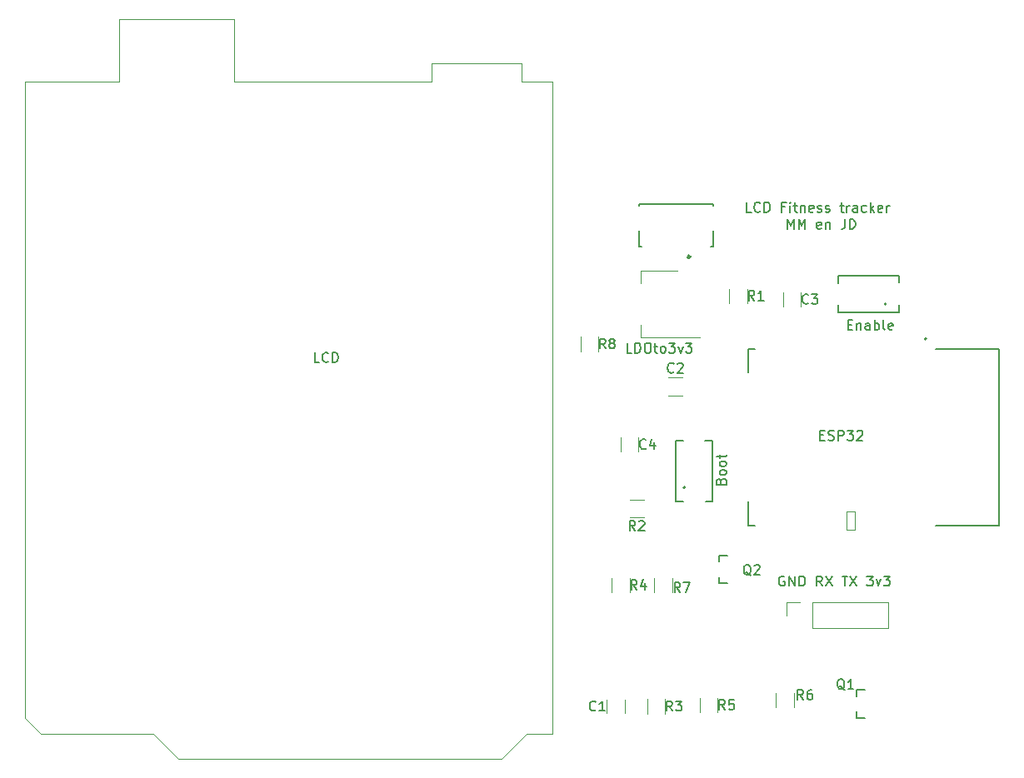
<source format=gto>
G04 #@! TF.GenerationSoftware,KiCad,Pcbnew,(5.1.7)-1*
G04 #@! TF.CreationDate,2021-04-15T13:32:14+02:00*
G04 #@! TF.ProjectId,TestPCB,54657374-5043-4422-9e6b-696361645f70,rev?*
G04 #@! TF.SameCoordinates,Original*
G04 #@! TF.FileFunction,Legend,Top*
G04 #@! TF.FilePolarity,Positive*
%FSLAX46Y46*%
G04 Gerber Fmt 4.6, Leading zero omitted, Abs format (unit mm)*
G04 Created by KiCad (PCBNEW (5.1.7)-1) date 2021-04-15 13:32:14*
%MOMM*%
%LPD*%
G01*
G04 APERTURE LIST*
%ADD10C,0.150000*%
%ADD11C,0.200000*%
%ADD12C,0.127000*%
%ADD13C,0.203200*%
%ADD14C,0.120000*%
%ADD15C,0.300000*%
%ADD16C,0.100000*%
G04 APERTURE END LIST*
D10*
X188159071Y-105037000D02*
X188063833Y-104989380D01*
X187920976Y-104989380D01*
X187778119Y-105037000D01*
X187682880Y-105132238D01*
X187635261Y-105227476D01*
X187587642Y-105417952D01*
X187587642Y-105560809D01*
X187635261Y-105751285D01*
X187682880Y-105846523D01*
X187778119Y-105941761D01*
X187920976Y-105989380D01*
X188016214Y-105989380D01*
X188159071Y-105941761D01*
X188206690Y-105894142D01*
X188206690Y-105560809D01*
X188016214Y-105560809D01*
X188635261Y-105989380D02*
X188635261Y-104989380D01*
X189206690Y-105989380D01*
X189206690Y-104989380D01*
X189682880Y-105989380D02*
X189682880Y-104989380D01*
X189920976Y-104989380D01*
X190063833Y-105037000D01*
X190159071Y-105132238D01*
X190206690Y-105227476D01*
X190254309Y-105417952D01*
X190254309Y-105560809D01*
X190206690Y-105751285D01*
X190159071Y-105846523D01*
X190063833Y-105941761D01*
X189920976Y-105989380D01*
X189682880Y-105989380D01*
X192016214Y-105989380D02*
X191682880Y-105513190D01*
X191444785Y-105989380D02*
X191444785Y-104989380D01*
X191825738Y-104989380D01*
X191920976Y-105037000D01*
X191968595Y-105084619D01*
X192016214Y-105179857D01*
X192016214Y-105322714D01*
X191968595Y-105417952D01*
X191920976Y-105465571D01*
X191825738Y-105513190D01*
X191444785Y-105513190D01*
X192349547Y-104989380D02*
X193016214Y-105989380D01*
X193016214Y-104989380D02*
X192349547Y-105989380D01*
X194016214Y-104989380D02*
X194587642Y-104989380D01*
X194301928Y-105989380D02*
X194301928Y-104989380D01*
X194825738Y-104989380D02*
X195492404Y-105989380D01*
X195492404Y-104989380D02*
X194825738Y-105989380D01*
X196540023Y-104989380D02*
X197159071Y-104989380D01*
X196825738Y-105370333D01*
X196968595Y-105370333D01*
X197063833Y-105417952D01*
X197111452Y-105465571D01*
X197159071Y-105560809D01*
X197159071Y-105798904D01*
X197111452Y-105894142D01*
X197063833Y-105941761D01*
X196968595Y-105989380D01*
X196682880Y-105989380D01*
X196587642Y-105941761D01*
X196540023Y-105894142D01*
X197492404Y-105322714D02*
X197730500Y-105989380D01*
X197968595Y-105322714D01*
X198254309Y-104989380D02*
X198873357Y-104989380D01*
X198540023Y-105370333D01*
X198682880Y-105370333D01*
X198778119Y-105417952D01*
X198825738Y-105465571D01*
X198873357Y-105560809D01*
X198873357Y-105798904D01*
X198825738Y-105894142D01*
X198778119Y-105941761D01*
X198682880Y-105989380D01*
X198397166Y-105989380D01*
X198301928Y-105941761D01*
X198254309Y-105894142D01*
D11*
X184801761Y-67991880D02*
X184325571Y-67991880D01*
X184325571Y-66991880D01*
X185706523Y-67896642D02*
X185658904Y-67944261D01*
X185516047Y-67991880D01*
X185420809Y-67991880D01*
X185277952Y-67944261D01*
X185182714Y-67849023D01*
X185135095Y-67753785D01*
X185087476Y-67563309D01*
X185087476Y-67420452D01*
X185135095Y-67229976D01*
X185182714Y-67134738D01*
X185277952Y-67039500D01*
X185420809Y-66991880D01*
X185516047Y-66991880D01*
X185658904Y-67039500D01*
X185706523Y-67087119D01*
X186135095Y-67991880D02*
X186135095Y-66991880D01*
X186373190Y-66991880D01*
X186516047Y-67039500D01*
X186611285Y-67134738D01*
X186658904Y-67229976D01*
X186706523Y-67420452D01*
X186706523Y-67563309D01*
X186658904Y-67753785D01*
X186611285Y-67849023D01*
X186516047Y-67944261D01*
X186373190Y-67991880D01*
X186135095Y-67991880D01*
X188230333Y-67468071D02*
X187897000Y-67468071D01*
X187897000Y-67991880D02*
X187897000Y-66991880D01*
X188373190Y-66991880D01*
X188754142Y-67991880D02*
X188754142Y-67325214D01*
X188754142Y-66991880D02*
X188706523Y-67039500D01*
X188754142Y-67087119D01*
X188801761Y-67039500D01*
X188754142Y-66991880D01*
X188754142Y-67087119D01*
X189087476Y-67325214D02*
X189468428Y-67325214D01*
X189230333Y-66991880D02*
X189230333Y-67849023D01*
X189277952Y-67944261D01*
X189373190Y-67991880D01*
X189468428Y-67991880D01*
X189801761Y-67325214D02*
X189801761Y-67991880D01*
X189801761Y-67420452D02*
X189849380Y-67372833D01*
X189944619Y-67325214D01*
X190087476Y-67325214D01*
X190182714Y-67372833D01*
X190230333Y-67468071D01*
X190230333Y-67991880D01*
X191087476Y-67944261D02*
X190992238Y-67991880D01*
X190801761Y-67991880D01*
X190706523Y-67944261D01*
X190658904Y-67849023D01*
X190658904Y-67468071D01*
X190706523Y-67372833D01*
X190801761Y-67325214D01*
X190992238Y-67325214D01*
X191087476Y-67372833D01*
X191135095Y-67468071D01*
X191135095Y-67563309D01*
X190658904Y-67658547D01*
X191516047Y-67944261D02*
X191611285Y-67991880D01*
X191801761Y-67991880D01*
X191897000Y-67944261D01*
X191944619Y-67849023D01*
X191944619Y-67801404D01*
X191897000Y-67706166D01*
X191801761Y-67658547D01*
X191658904Y-67658547D01*
X191563666Y-67610928D01*
X191516047Y-67515690D01*
X191516047Y-67468071D01*
X191563666Y-67372833D01*
X191658904Y-67325214D01*
X191801761Y-67325214D01*
X191897000Y-67372833D01*
X192325571Y-67944261D02*
X192420809Y-67991880D01*
X192611285Y-67991880D01*
X192706523Y-67944261D01*
X192754142Y-67849023D01*
X192754142Y-67801404D01*
X192706523Y-67706166D01*
X192611285Y-67658547D01*
X192468428Y-67658547D01*
X192373190Y-67610928D01*
X192325571Y-67515690D01*
X192325571Y-67468071D01*
X192373190Y-67372833D01*
X192468428Y-67325214D01*
X192611285Y-67325214D01*
X192706523Y-67372833D01*
X193801761Y-67325214D02*
X194182714Y-67325214D01*
X193944619Y-66991880D02*
X193944619Y-67849023D01*
X193992238Y-67944261D01*
X194087476Y-67991880D01*
X194182714Y-67991880D01*
X194516047Y-67991880D02*
X194516047Y-67325214D01*
X194516047Y-67515690D02*
X194563666Y-67420452D01*
X194611285Y-67372833D01*
X194706523Y-67325214D01*
X194801761Y-67325214D01*
X195563666Y-67991880D02*
X195563666Y-67468071D01*
X195516047Y-67372833D01*
X195420809Y-67325214D01*
X195230333Y-67325214D01*
X195135095Y-67372833D01*
X195563666Y-67944261D02*
X195468428Y-67991880D01*
X195230333Y-67991880D01*
X195135095Y-67944261D01*
X195087476Y-67849023D01*
X195087476Y-67753785D01*
X195135095Y-67658547D01*
X195230333Y-67610928D01*
X195468428Y-67610928D01*
X195563666Y-67563309D01*
X196468428Y-67944261D02*
X196373190Y-67991880D01*
X196182714Y-67991880D01*
X196087476Y-67944261D01*
X196039857Y-67896642D01*
X195992238Y-67801404D01*
X195992238Y-67515690D01*
X196039857Y-67420452D01*
X196087476Y-67372833D01*
X196182714Y-67325214D01*
X196373190Y-67325214D01*
X196468428Y-67372833D01*
X196897000Y-67991880D02*
X196897000Y-66991880D01*
X196992238Y-67610928D02*
X197277952Y-67991880D01*
X197277952Y-67325214D02*
X196897000Y-67706166D01*
X198087476Y-67944261D02*
X197992238Y-67991880D01*
X197801761Y-67991880D01*
X197706523Y-67944261D01*
X197658904Y-67849023D01*
X197658904Y-67468071D01*
X197706523Y-67372833D01*
X197801761Y-67325214D01*
X197992238Y-67325214D01*
X198087476Y-67372833D01*
X198135095Y-67468071D01*
X198135095Y-67563309D01*
X197658904Y-67658547D01*
X198563666Y-67991880D02*
X198563666Y-67325214D01*
X198563666Y-67515690D02*
X198611285Y-67420452D01*
X198658904Y-67372833D01*
X198754142Y-67325214D01*
X198849380Y-67325214D01*
X188468428Y-69691880D02*
X188468428Y-68691880D01*
X188801761Y-69406166D01*
X189135095Y-68691880D01*
X189135095Y-69691880D01*
X189611285Y-69691880D02*
X189611285Y-68691880D01*
X189944619Y-69406166D01*
X190277952Y-68691880D01*
X190277952Y-69691880D01*
X191897000Y-69644261D02*
X191801761Y-69691880D01*
X191611285Y-69691880D01*
X191516047Y-69644261D01*
X191468428Y-69549023D01*
X191468428Y-69168071D01*
X191516047Y-69072833D01*
X191611285Y-69025214D01*
X191801761Y-69025214D01*
X191897000Y-69072833D01*
X191944619Y-69168071D01*
X191944619Y-69263309D01*
X191468428Y-69358547D01*
X192373190Y-69025214D02*
X192373190Y-69691880D01*
X192373190Y-69120452D02*
X192420809Y-69072833D01*
X192516047Y-69025214D01*
X192658904Y-69025214D01*
X192754142Y-69072833D01*
X192801761Y-69168071D01*
X192801761Y-69691880D01*
X194325571Y-68691880D02*
X194325571Y-69406166D01*
X194277952Y-69549023D01*
X194182714Y-69644261D01*
X194039857Y-69691880D01*
X193944619Y-69691880D01*
X194801761Y-69691880D02*
X194801761Y-68691880D01*
X195039857Y-68691880D01*
X195182714Y-68739500D01*
X195277952Y-68834738D01*
X195325571Y-68929976D01*
X195373190Y-69120452D01*
X195373190Y-69263309D01*
X195325571Y-69453785D01*
X195277952Y-69549023D01*
X195182714Y-69644261D01*
X195039857Y-69691880D01*
X194801761Y-69691880D01*
D12*
X210008000Y-99872500D02*
X203508000Y-99872500D01*
X210008000Y-81872500D02*
X210008000Y-99872500D01*
X203508000Y-81872500D02*
X210008000Y-81872500D01*
X184508000Y-99872500D02*
X185158000Y-99872500D01*
X184508000Y-97422500D02*
X184508000Y-99872500D01*
X184508000Y-81872500D02*
X184508000Y-84322500D01*
X185158000Y-81872500D02*
X184508000Y-81872500D01*
D11*
X202608000Y-80872500D02*
G75*
G03*
X202608000Y-80872500I-100000J0D01*
G01*
D13*
X181545000Y-105130500D02*
X181545000Y-105730500D01*
X181545000Y-105730500D02*
X182345000Y-105730500D01*
X181545000Y-103530500D02*
X181545000Y-102930500D01*
X181545000Y-102930500D02*
X182345000Y-102930500D01*
X195515000Y-116583000D02*
X196315000Y-116583000D01*
X195515000Y-117183000D02*
X195515000Y-116583000D01*
X195515000Y-119383000D02*
X196315000Y-119383000D01*
X195515000Y-118783000D02*
X195515000Y-119383000D01*
D14*
X126615000Y-123574000D02*
X159385000Y-123574000D01*
X159385000Y-123574000D02*
X161925000Y-121034000D01*
X161925000Y-121034000D02*
X164595000Y-121034000D01*
X164595000Y-121034000D02*
X164595000Y-54734000D01*
X164595000Y-54734000D02*
X161415000Y-54734000D01*
X161415000Y-54734000D02*
X161415000Y-52834000D01*
X161415000Y-52834000D02*
X152275000Y-52834000D01*
X152275000Y-52834000D02*
X152275000Y-54734000D01*
X152275000Y-54734000D02*
X132205000Y-54734000D01*
X132205000Y-54734000D02*
X132205000Y-48384000D01*
X132205000Y-48384000D02*
X120525000Y-48384000D01*
X120525000Y-48384000D02*
X120525000Y-54734000D01*
X120525000Y-54734000D02*
X110995000Y-54734000D01*
X110995000Y-54734000D02*
X110995000Y-119384000D01*
X110995000Y-119384000D02*
X112645000Y-121034000D01*
X112645000Y-121034000D02*
X124075000Y-121034000D01*
X124075000Y-121034000D02*
X126615000Y-123574000D01*
X188408000Y-108966000D02*
X188408000Y-107636000D01*
X188408000Y-107636000D02*
X189738000Y-107636000D01*
X191008000Y-107636000D02*
X198688000Y-107636000D01*
X198688000Y-110296000D02*
X198688000Y-107636000D01*
X191008000Y-110296000D02*
X198688000Y-110296000D01*
X191008000Y-110296000D02*
X191008000Y-107636000D01*
D12*
X180915000Y-69913500D02*
X180915000Y-71493500D01*
X180915000Y-71493500D02*
X180644000Y-71493500D01*
X173415000Y-69913500D02*
X173415000Y-71493500D01*
X173415000Y-71493500D02*
X173686000Y-71493500D01*
D15*
X178565000Y-72543500D02*
G75*
G03*
X178565000Y-72543500I-100000J0D01*
G01*
D12*
X180915000Y-67373500D02*
X180915000Y-67193500D01*
X180915000Y-67193500D02*
X173415000Y-67193500D01*
X173415000Y-67193500D02*
X173415000Y-67373500D01*
D14*
X189822500Y-76172748D02*
X189822500Y-77595252D01*
X188002500Y-76172748D02*
X188002500Y-77595252D01*
X169248500Y-80677936D02*
X169248500Y-82132064D01*
X167428500Y-80677936D02*
X167428500Y-82132064D01*
X174921500Y-106645064D02*
X174921500Y-105190936D01*
X176741500Y-106645064D02*
X176741500Y-105190936D01*
X189124000Y-116872936D02*
X189124000Y-118327064D01*
X187304000Y-116872936D02*
X187304000Y-118327064D01*
X181377000Y-117384936D02*
X181377000Y-118839064D01*
X179557000Y-117384936D02*
X179557000Y-118839064D01*
X172423500Y-105188936D02*
X172423500Y-106643064D01*
X170603500Y-105188936D02*
X170603500Y-106643064D01*
X176043000Y-117509936D02*
X176043000Y-118964064D01*
X174223000Y-117509936D02*
X174223000Y-118964064D01*
X173889564Y-97197500D02*
X172435436Y-97197500D01*
X173889564Y-99017500D02*
X172435436Y-99017500D01*
X184361500Y-75788436D02*
X184361500Y-77242564D01*
X182541500Y-75788436D02*
X182541500Y-77242564D01*
X173540500Y-73933000D02*
X173540500Y-75193000D01*
X173540500Y-80753000D02*
X173540500Y-79493000D01*
X177300500Y-73933000D02*
X173540500Y-73933000D01*
X179550500Y-80753000D02*
X173540500Y-80753000D01*
D11*
X198523000Y-77327000D02*
G75*
G03*
X198523000Y-77327000I-100000J0D01*
G01*
X193623000Y-74477000D02*
X193623000Y-75227000D01*
X199823000Y-74477000D02*
X193623000Y-74477000D01*
X199823000Y-75127000D02*
X199823000Y-74477000D01*
X193623000Y-78177000D02*
X193623000Y-77427000D01*
X199823000Y-78177000D02*
X193623000Y-78177000D01*
X199823000Y-77427000D02*
X199823000Y-78177000D01*
D14*
X173312500Y-90919248D02*
X173312500Y-92341752D01*
X171492500Y-90919248D02*
X171492500Y-92341752D01*
X176375748Y-84815000D02*
X177798252Y-84815000D01*
X176375748Y-86635000D02*
X177798252Y-86635000D01*
X170095500Y-118948252D02*
X170095500Y-117525748D01*
X171915500Y-118948252D02*
X171915500Y-117525748D01*
D11*
X178106500Y-95997500D02*
G75*
G03*
X178106500Y-95997500I-100000J0D01*
G01*
X180856500Y-91197500D02*
X180106500Y-91197500D01*
X180856500Y-97397500D02*
X180856500Y-91197500D01*
X180206500Y-97397500D02*
X180856500Y-97397500D01*
X177156500Y-91197500D02*
X177906500Y-91197500D01*
X177156500Y-97397500D02*
X177156500Y-91197500D01*
X177906500Y-97397500D02*
X177156500Y-97397500D01*
D16*
X194498000Y-98422500D02*
X194498000Y-100322500D01*
X195298000Y-100322500D01*
X195298000Y-98422500D01*
X194498000Y-98422500D01*
D10*
X191786142Y-90670071D02*
X192119476Y-90670071D01*
X192262333Y-91193880D02*
X191786142Y-91193880D01*
X191786142Y-90193880D01*
X192262333Y-90193880D01*
X192643285Y-91146261D02*
X192786142Y-91193880D01*
X193024238Y-91193880D01*
X193119476Y-91146261D01*
X193167095Y-91098642D01*
X193214714Y-91003404D01*
X193214714Y-90908166D01*
X193167095Y-90812928D01*
X193119476Y-90765309D01*
X193024238Y-90717690D01*
X192833761Y-90670071D01*
X192738523Y-90622452D01*
X192690904Y-90574833D01*
X192643285Y-90479595D01*
X192643285Y-90384357D01*
X192690904Y-90289119D01*
X192738523Y-90241500D01*
X192833761Y-90193880D01*
X193071857Y-90193880D01*
X193214714Y-90241500D01*
X193643285Y-91193880D02*
X193643285Y-90193880D01*
X194024238Y-90193880D01*
X194119476Y-90241500D01*
X194167095Y-90289119D01*
X194214714Y-90384357D01*
X194214714Y-90527214D01*
X194167095Y-90622452D01*
X194119476Y-90670071D01*
X194024238Y-90717690D01*
X193643285Y-90717690D01*
X194548047Y-90193880D02*
X195167095Y-90193880D01*
X194833761Y-90574833D01*
X194976619Y-90574833D01*
X195071857Y-90622452D01*
X195119476Y-90670071D01*
X195167095Y-90765309D01*
X195167095Y-91003404D01*
X195119476Y-91098642D01*
X195071857Y-91146261D01*
X194976619Y-91193880D01*
X194690904Y-91193880D01*
X194595666Y-91146261D01*
X194548047Y-91098642D01*
X195548047Y-90289119D02*
X195595666Y-90241500D01*
X195690904Y-90193880D01*
X195929000Y-90193880D01*
X196024238Y-90241500D01*
X196071857Y-90289119D01*
X196119476Y-90384357D01*
X196119476Y-90479595D01*
X196071857Y-90622452D01*
X195500428Y-91193880D01*
X196119476Y-91193880D01*
X184753261Y-104941619D02*
X184658023Y-104894000D01*
X184562785Y-104798761D01*
X184419928Y-104655904D01*
X184324690Y-104608285D01*
X184229452Y-104608285D01*
X184277071Y-104846380D02*
X184181833Y-104798761D01*
X184086595Y-104703523D01*
X184038976Y-104513047D01*
X184038976Y-104179714D01*
X184086595Y-103989238D01*
X184181833Y-103894000D01*
X184277071Y-103846380D01*
X184467547Y-103846380D01*
X184562785Y-103894000D01*
X184658023Y-103989238D01*
X184705642Y-104179714D01*
X184705642Y-104513047D01*
X184658023Y-104703523D01*
X184562785Y-104798761D01*
X184467547Y-104846380D01*
X184277071Y-104846380D01*
X185086595Y-103941619D02*
X185134214Y-103894000D01*
X185229452Y-103846380D01*
X185467547Y-103846380D01*
X185562785Y-103894000D01*
X185610404Y-103941619D01*
X185658023Y-104036857D01*
X185658023Y-104132095D01*
X185610404Y-104274952D01*
X185038976Y-104846380D01*
X185658023Y-104846380D01*
X194278261Y-116562119D02*
X194183023Y-116514500D01*
X194087785Y-116419261D01*
X193944928Y-116276404D01*
X193849690Y-116228785D01*
X193754452Y-116228785D01*
X193802071Y-116466880D02*
X193706833Y-116419261D01*
X193611595Y-116324023D01*
X193563976Y-116133547D01*
X193563976Y-115800214D01*
X193611595Y-115609738D01*
X193706833Y-115514500D01*
X193802071Y-115466880D01*
X193992547Y-115466880D01*
X194087785Y-115514500D01*
X194183023Y-115609738D01*
X194230642Y-115800214D01*
X194230642Y-116133547D01*
X194183023Y-116324023D01*
X194087785Y-116419261D01*
X193992547Y-116466880D01*
X193802071Y-116466880D01*
X195183023Y-116466880D02*
X194611595Y-116466880D01*
X194897309Y-116466880D02*
X194897309Y-115466880D01*
X194802071Y-115609738D01*
X194706833Y-115704976D01*
X194611595Y-115752595D01*
X140914523Y-83256380D02*
X140438333Y-83256380D01*
X140438333Y-82256380D01*
X141819285Y-83161142D02*
X141771666Y-83208761D01*
X141628809Y-83256380D01*
X141533571Y-83256380D01*
X141390714Y-83208761D01*
X141295476Y-83113523D01*
X141247857Y-83018285D01*
X141200238Y-82827809D01*
X141200238Y-82684952D01*
X141247857Y-82494476D01*
X141295476Y-82399238D01*
X141390714Y-82304000D01*
X141533571Y-82256380D01*
X141628809Y-82256380D01*
X141771666Y-82304000D01*
X141819285Y-82351619D01*
X142247857Y-83256380D02*
X142247857Y-82256380D01*
X142485952Y-82256380D01*
X142628809Y-82304000D01*
X142724047Y-82399238D01*
X142771666Y-82494476D01*
X142819285Y-82684952D01*
X142819285Y-82827809D01*
X142771666Y-83018285D01*
X142724047Y-83113523D01*
X142628809Y-83208761D01*
X142485952Y-83256380D01*
X142247857Y-83256380D01*
X190595833Y-77241142D02*
X190548214Y-77288761D01*
X190405357Y-77336380D01*
X190310119Y-77336380D01*
X190167261Y-77288761D01*
X190072023Y-77193523D01*
X190024404Y-77098285D01*
X189976785Y-76907809D01*
X189976785Y-76764952D01*
X190024404Y-76574476D01*
X190072023Y-76479238D01*
X190167261Y-76384000D01*
X190310119Y-76336380D01*
X190405357Y-76336380D01*
X190548214Y-76384000D01*
X190595833Y-76431619D01*
X190929166Y-76336380D02*
X191548214Y-76336380D01*
X191214880Y-76717333D01*
X191357738Y-76717333D01*
X191452976Y-76764952D01*
X191500595Y-76812571D01*
X191548214Y-76907809D01*
X191548214Y-77145904D01*
X191500595Y-77241142D01*
X191452976Y-77288761D01*
X191357738Y-77336380D01*
X191072023Y-77336380D01*
X190976785Y-77288761D01*
X190929166Y-77241142D01*
X169991833Y-81857380D02*
X169658500Y-81381190D01*
X169420404Y-81857380D02*
X169420404Y-80857380D01*
X169801357Y-80857380D01*
X169896595Y-80905000D01*
X169944214Y-80952619D01*
X169991833Y-81047857D01*
X169991833Y-81190714D01*
X169944214Y-81285952D01*
X169896595Y-81333571D01*
X169801357Y-81381190D01*
X169420404Y-81381190D01*
X170563261Y-81285952D02*
X170468023Y-81238333D01*
X170420404Y-81190714D01*
X170372785Y-81095476D01*
X170372785Y-81047857D01*
X170420404Y-80952619D01*
X170468023Y-80905000D01*
X170563261Y-80857380D01*
X170753738Y-80857380D01*
X170848976Y-80905000D01*
X170896595Y-80952619D01*
X170944214Y-81047857D01*
X170944214Y-81095476D01*
X170896595Y-81190714D01*
X170848976Y-81238333D01*
X170753738Y-81285952D01*
X170563261Y-81285952D01*
X170468023Y-81333571D01*
X170420404Y-81381190D01*
X170372785Y-81476428D01*
X170372785Y-81666904D01*
X170420404Y-81762142D01*
X170468023Y-81809761D01*
X170563261Y-81857380D01*
X170753738Y-81857380D01*
X170848976Y-81809761D01*
X170896595Y-81762142D01*
X170944214Y-81666904D01*
X170944214Y-81476428D01*
X170896595Y-81381190D01*
X170848976Y-81333571D01*
X170753738Y-81285952D01*
X177569833Y-106624380D02*
X177236500Y-106148190D01*
X176998404Y-106624380D02*
X176998404Y-105624380D01*
X177379357Y-105624380D01*
X177474595Y-105672000D01*
X177522214Y-105719619D01*
X177569833Y-105814857D01*
X177569833Y-105957714D01*
X177522214Y-106052952D01*
X177474595Y-106100571D01*
X177379357Y-106148190D01*
X176998404Y-106148190D01*
X177903166Y-105624380D02*
X178569833Y-105624380D01*
X178141261Y-106624380D01*
X190079333Y-117546380D02*
X189746000Y-117070190D01*
X189507904Y-117546380D02*
X189507904Y-116546380D01*
X189888857Y-116546380D01*
X189984095Y-116594000D01*
X190031714Y-116641619D01*
X190079333Y-116736857D01*
X190079333Y-116879714D01*
X190031714Y-116974952D01*
X189984095Y-117022571D01*
X189888857Y-117070190D01*
X189507904Y-117070190D01*
X190936476Y-116546380D02*
X190746000Y-116546380D01*
X190650761Y-116594000D01*
X190603142Y-116641619D01*
X190507904Y-116784476D01*
X190460285Y-116974952D01*
X190460285Y-117355904D01*
X190507904Y-117451142D01*
X190555523Y-117498761D01*
X190650761Y-117546380D01*
X190841238Y-117546380D01*
X190936476Y-117498761D01*
X190984095Y-117451142D01*
X191031714Y-117355904D01*
X191031714Y-117117809D01*
X190984095Y-117022571D01*
X190936476Y-116974952D01*
X190841238Y-116927333D01*
X190650761Y-116927333D01*
X190555523Y-116974952D01*
X190507904Y-117022571D01*
X190460285Y-117117809D01*
X182120333Y-118564380D02*
X181787000Y-118088190D01*
X181548904Y-118564380D02*
X181548904Y-117564380D01*
X181929857Y-117564380D01*
X182025095Y-117612000D01*
X182072714Y-117659619D01*
X182120333Y-117754857D01*
X182120333Y-117897714D01*
X182072714Y-117992952D01*
X182025095Y-118040571D01*
X181929857Y-118088190D01*
X181548904Y-118088190D01*
X183025095Y-117564380D02*
X182548904Y-117564380D01*
X182501285Y-118040571D01*
X182548904Y-117992952D01*
X182644142Y-117945333D01*
X182882238Y-117945333D01*
X182977476Y-117992952D01*
X183025095Y-118040571D01*
X183072714Y-118135809D01*
X183072714Y-118373904D01*
X183025095Y-118469142D01*
X182977476Y-118516761D01*
X182882238Y-118564380D01*
X182644142Y-118564380D01*
X182548904Y-118516761D01*
X182501285Y-118469142D01*
X173166833Y-106368380D02*
X172833500Y-105892190D01*
X172595404Y-106368380D02*
X172595404Y-105368380D01*
X172976357Y-105368380D01*
X173071595Y-105416000D01*
X173119214Y-105463619D01*
X173166833Y-105558857D01*
X173166833Y-105701714D01*
X173119214Y-105796952D01*
X173071595Y-105844571D01*
X172976357Y-105892190D01*
X172595404Y-105892190D01*
X174023976Y-105701714D02*
X174023976Y-106368380D01*
X173785880Y-105320761D02*
X173547785Y-106035047D01*
X174166833Y-106035047D01*
X176786333Y-118689380D02*
X176453000Y-118213190D01*
X176214904Y-118689380D02*
X176214904Y-117689380D01*
X176595857Y-117689380D01*
X176691095Y-117737000D01*
X176738714Y-117784619D01*
X176786333Y-117879857D01*
X176786333Y-118022714D01*
X176738714Y-118117952D01*
X176691095Y-118165571D01*
X176595857Y-118213190D01*
X176214904Y-118213190D01*
X177119666Y-117689380D02*
X177738714Y-117689380D01*
X177405380Y-118070333D01*
X177548238Y-118070333D01*
X177643476Y-118117952D01*
X177691095Y-118165571D01*
X177738714Y-118260809D01*
X177738714Y-118498904D01*
X177691095Y-118594142D01*
X177643476Y-118641761D01*
X177548238Y-118689380D01*
X177262523Y-118689380D01*
X177167285Y-118641761D01*
X177119666Y-118594142D01*
X172995833Y-100379880D02*
X172662500Y-99903690D01*
X172424404Y-100379880D02*
X172424404Y-99379880D01*
X172805357Y-99379880D01*
X172900595Y-99427500D01*
X172948214Y-99475119D01*
X172995833Y-99570357D01*
X172995833Y-99713214D01*
X172948214Y-99808452D01*
X172900595Y-99856071D01*
X172805357Y-99903690D01*
X172424404Y-99903690D01*
X173376785Y-99475119D02*
X173424404Y-99427500D01*
X173519642Y-99379880D01*
X173757738Y-99379880D01*
X173852976Y-99427500D01*
X173900595Y-99475119D01*
X173948214Y-99570357D01*
X173948214Y-99665595D01*
X173900595Y-99808452D01*
X173329166Y-100379880D01*
X173948214Y-100379880D01*
X185104833Y-76967880D02*
X184771500Y-76491690D01*
X184533404Y-76967880D02*
X184533404Y-75967880D01*
X184914357Y-75967880D01*
X185009595Y-76015500D01*
X185057214Y-76063119D01*
X185104833Y-76158357D01*
X185104833Y-76301214D01*
X185057214Y-76396452D01*
X185009595Y-76444071D01*
X184914357Y-76491690D01*
X184533404Y-76491690D01*
X186057214Y-76967880D02*
X185485785Y-76967880D01*
X185771500Y-76967880D02*
X185771500Y-75967880D01*
X185676261Y-76110738D01*
X185581023Y-76205976D01*
X185485785Y-76253595D01*
X172664785Y-82295380D02*
X172188595Y-82295380D01*
X172188595Y-81295380D01*
X172998119Y-82295380D02*
X172998119Y-81295380D01*
X173236214Y-81295380D01*
X173379071Y-81343000D01*
X173474309Y-81438238D01*
X173521928Y-81533476D01*
X173569547Y-81723952D01*
X173569547Y-81866809D01*
X173521928Y-82057285D01*
X173474309Y-82152523D01*
X173379071Y-82247761D01*
X173236214Y-82295380D01*
X172998119Y-82295380D01*
X174188595Y-81295380D02*
X174379071Y-81295380D01*
X174474309Y-81343000D01*
X174569547Y-81438238D01*
X174617166Y-81628714D01*
X174617166Y-81962047D01*
X174569547Y-82152523D01*
X174474309Y-82247761D01*
X174379071Y-82295380D01*
X174188595Y-82295380D01*
X174093357Y-82247761D01*
X173998119Y-82152523D01*
X173950500Y-81962047D01*
X173950500Y-81628714D01*
X173998119Y-81438238D01*
X174093357Y-81343000D01*
X174188595Y-81295380D01*
X174902880Y-81628714D02*
X175283833Y-81628714D01*
X175045738Y-81295380D02*
X175045738Y-82152523D01*
X175093357Y-82247761D01*
X175188595Y-82295380D01*
X175283833Y-82295380D01*
X175760023Y-82295380D02*
X175664785Y-82247761D01*
X175617166Y-82200142D01*
X175569547Y-82104904D01*
X175569547Y-81819190D01*
X175617166Y-81723952D01*
X175664785Y-81676333D01*
X175760023Y-81628714D01*
X175902880Y-81628714D01*
X175998119Y-81676333D01*
X176045738Y-81723952D01*
X176093357Y-81819190D01*
X176093357Y-82104904D01*
X176045738Y-82200142D01*
X175998119Y-82247761D01*
X175902880Y-82295380D01*
X175760023Y-82295380D01*
X176426690Y-81295380D02*
X177045738Y-81295380D01*
X176712404Y-81676333D01*
X176855261Y-81676333D01*
X176950500Y-81723952D01*
X176998119Y-81771571D01*
X177045738Y-81866809D01*
X177045738Y-82104904D01*
X176998119Y-82200142D01*
X176950500Y-82247761D01*
X176855261Y-82295380D01*
X176569547Y-82295380D01*
X176474309Y-82247761D01*
X176426690Y-82200142D01*
X177379071Y-81628714D02*
X177617166Y-82295380D01*
X177855261Y-81628714D01*
X178140976Y-81295380D02*
X178760023Y-81295380D01*
X178426690Y-81676333D01*
X178569547Y-81676333D01*
X178664785Y-81723952D01*
X178712404Y-81771571D01*
X178760023Y-81866809D01*
X178760023Y-82104904D01*
X178712404Y-82200142D01*
X178664785Y-82247761D01*
X178569547Y-82295380D01*
X178283833Y-82295380D01*
X178188595Y-82247761D01*
X178140976Y-82200142D01*
X194616695Y-79432471D02*
X194950028Y-79432471D01*
X195092885Y-79956280D02*
X194616695Y-79956280D01*
X194616695Y-78956280D01*
X195092885Y-78956280D01*
X195521457Y-79289614D02*
X195521457Y-79956280D01*
X195521457Y-79384852D02*
X195569076Y-79337233D01*
X195664314Y-79289614D01*
X195807171Y-79289614D01*
X195902409Y-79337233D01*
X195950028Y-79432471D01*
X195950028Y-79956280D01*
X196854790Y-79956280D02*
X196854790Y-79432471D01*
X196807171Y-79337233D01*
X196711933Y-79289614D01*
X196521457Y-79289614D01*
X196426219Y-79337233D01*
X196854790Y-79908661D02*
X196759552Y-79956280D01*
X196521457Y-79956280D01*
X196426219Y-79908661D01*
X196378600Y-79813423D01*
X196378600Y-79718185D01*
X196426219Y-79622947D01*
X196521457Y-79575328D01*
X196759552Y-79575328D01*
X196854790Y-79527709D01*
X197330980Y-79956280D02*
X197330980Y-78956280D01*
X197330980Y-79337233D02*
X197426219Y-79289614D01*
X197616695Y-79289614D01*
X197711933Y-79337233D01*
X197759552Y-79384852D01*
X197807171Y-79480090D01*
X197807171Y-79765804D01*
X197759552Y-79861042D01*
X197711933Y-79908661D01*
X197616695Y-79956280D01*
X197426219Y-79956280D01*
X197330980Y-79908661D01*
X198378600Y-79956280D02*
X198283361Y-79908661D01*
X198235742Y-79813423D01*
X198235742Y-78956280D01*
X199140504Y-79908661D02*
X199045266Y-79956280D01*
X198854790Y-79956280D01*
X198759552Y-79908661D01*
X198711933Y-79813423D01*
X198711933Y-79432471D01*
X198759552Y-79337233D01*
X198854790Y-79289614D01*
X199045266Y-79289614D01*
X199140504Y-79337233D01*
X199188123Y-79432471D01*
X199188123Y-79527709D01*
X198711933Y-79622947D01*
X174085833Y-91987642D02*
X174038214Y-92035261D01*
X173895357Y-92082880D01*
X173800119Y-92082880D01*
X173657261Y-92035261D01*
X173562023Y-91940023D01*
X173514404Y-91844785D01*
X173466785Y-91654309D01*
X173466785Y-91511452D01*
X173514404Y-91320976D01*
X173562023Y-91225738D01*
X173657261Y-91130500D01*
X173800119Y-91082880D01*
X173895357Y-91082880D01*
X174038214Y-91130500D01*
X174085833Y-91178119D01*
X174942976Y-91416214D02*
X174942976Y-92082880D01*
X174704880Y-91035261D02*
X174466785Y-91749547D01*
X175085833Y-91749547D01*
X176920333Y-84232142D02*
X176872714Y-84279761D01*
X176729857Y-84327380D01*
X176634619Y-84327380D01*
X176491761Y-84279761D01*
X176396523Y-84184523D01*
X176348904Y-84089285D01*
X176301285Y-83898809D01*
X176301285Y-83755952D01*
X176348904Y-83565476D01*
X176396523Y-83470238D01*
X176491761Y-83375000D01*
X176634619Y-83327380D01*
X176729857Y-83327380D01*
X176872714Y-83375000D01*
X176920333Y-83422619D01*
X177301285Y-83422619D02*
X177348904Y-83375000D01*
X177444142Y-83327380D01*
X177682238Y-83327380D01*
X177777476Y-83375000D01*
X177825095Y-83422619D01*
X177872714Y-83517857D01*
X177872714Y-83613095D01*
X177825095Y-83755952D01*
X177253666Y-84327380D01*
X177872714Y-84327380D01*
X168988833Y-118594142D02*
X168941214Y-118641761D01*
X168798357Y-118689380D01*
X168703119Y-118689380D01*
X168560261Y-118641761D01*
X168465023Y-118546523D01*
X168417404Y-118451285D01*
X168369785Y-118260809D01*
X168369785Y-118117952D01*
X168417404Y-117927476D01*
X168465023Y-117832238D01*
X168560261Y-117737000D01*
X168703119Y-117689380D01*
X168798357Y-117689380D01*
X168941214Y-117737000D01*
X168988833Y-117784619D01*
X169941214Y-118689380D02*
X169369785Y-118689380D01*
X169655500Y-118689380D02*
X169655500Y-117689380D01*
X169560261Y-117832238D01*
X169465023Y-117927476D01*
X169369785Y-117975095D01*
X181729071Y-95353047D02*
X181776690Y-95210190D01*
X181824309Y-95162571D01*
X181919547Y-95114952D01*
X182062404Y-95114952D01*
X182157642Y-95162571D01*
X182205261Y-95210190D01*
X182252880Y-95305428D01*
X182252880Y-95686380D01*
X181252880Y-95686380D01*
X181252880Y-95353047D01*
X181300500Y-95257809D01*
X181348119Y-95210190D01*
X181443357Y-95162571D01*
X181538595Y-95162571D01*
X181633833Y-95210190D01*
X181681452Y-95257809D01*
X181729071Y-95353047D01*
X181729071Y-95686380D01*
X182252880Y-94543523D02*
X182205261Y-94638761D01*
X182157642Y-94686380D01*
X182062404Y-94734000D01*
X181776690Y-94734000D01*
X181681452Y-94686380D01*
X181633833Y-94638761D01*
X181586214Y-94543523D01*
X181586214Y-94400666D01*
X181633833Y-94305428D01*
X181681452Y-94257809D01*
X181776690Y-94210190D01*
X182062404Y-94210190D01*
X182157642Y-94257809D01*
X182205261Y-94305428D01*
X182252880Y-94400666D01*
X182252880Y-94543523D01*
X182252880Y-93638761D02*
X182205261Y-93734000D01*
X182157642Y-93781619D01*
X182062404Y-93829238D01*
X181776690Y-93829238D01*
X181681452Y-93781619D01*
X181633833Y-93734000D01*
X181586214Y-93638761D01*
X181586214Y-93495904D01*
X181633833Y-93400666D01*
X181681452Y-93353047D01*
X181776690Y-93305428D01*
X182062404Y-93305428D01*
X182157642Y-93353047D01*
X182205261Y-93400666D01*
X182252880Y-93495904D01*
X182252880Y-93638761D01*
X181586214Y-93019714D02*
X181586214Y-92638761D01*
X181252880Y-92876857D02*
X182110023Y-92876857D01*
X182205261Y-92829238D01*
X182252880Y-92734000D01*
X182252880Y-92638761D01*
M02*

</source>
